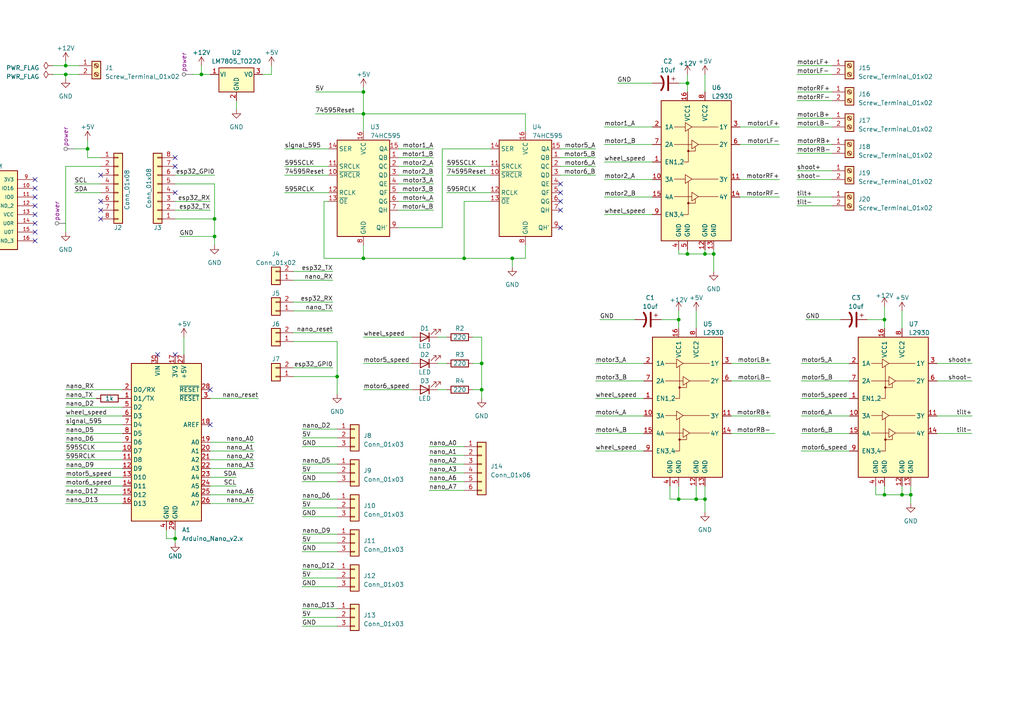
<source format=kicad_sch>
(kicad_sch (version 20230121) (generator eeschema)
  (paper "A4")
  (lib_symbols
    (symbol "74xx:74HC595"
      (property "Reference" "U" (at -7.62 13.97 0))
      (property "Value" "74HC595" (at -7.62 -16.51 0))
      (symbol "74HC595_1_0"
        (pin tri_state line (at 10.16 7.62 180) (length 2.54) (name "QB") (number "1"))
        (pin input line (at -10.16 2.54 0) (length 2.54) (name "~{SRCLR}") (number "10"))
        (pin input line (at -10.16 5.08 0) (length 2.54) (name "SRCLK") (number "11"))
        (pin input line (at -10.16 -2.54 0) (length 2.54) (name "RCLK") (number "12"))
        (pin input line (at -10.16 -5.08 0) (length 2.54) (name "~{OE}") (number "13"))
        (pin input line (at -10.16 10.16 0) (length 2.54) (name "SER") (number "14"))
        (pin tri_state line (at 10.16 10.16 180) (length 2.54) (name "QA") (number "15"))
        (pin power_in line (at 0 15.24 270) (length 2.54) (name "VCC") (number "16"))
        (pin tri_state line (at 10.16 5.08 180) (length 2.54) (name "QC") (number "2"))
        (pin tri_state line (at 10.16 2.54 180) (length 2.54) (name "QD") (number "3"))
        (pin tri_state line (at 10.16 0 180) (length 2.54) (name "QE") (number "4"))
        (pin tri_state line (at 10.16 -2.54 180) (length 2.54) (name "QF") (number "5"))
        (pin tri_state line (at 10.16 -5.08 180) (length 2.54) (name "QG") (number "6"))
        (pin tri_state line (at 10.16 -7.62 180) (length 2.54) (name "QH") (number "7"))
        (pin power_in line (at 0 -17.78 90) (length 2.54) (name "GND") (number "8"))
        (pin output line (at 10.16 -12.7 180) (length 2.54) (name "QH'") (number "9"))
      )
      (symbol "74HC595_1_1"
        (rectangle (start -7.62 12.7) (end 7.62 -15.24) (stroke (width 0.254)) (fill (type background)))
      )
    )
    (symbol "Connector:Screw_Terminal_01x02" (pin_names (offset 1.016) hide)
      (property "Reference" "J" (at 0 2.54 0))
      (property "Value" "Screw_Terminal_01x02" (at 0 -5.08 0))
      (symbol "Screw_Terminal_01x02_1_1"
        (rectangle (start -1.27 1.27) (end 1.27 -3.81) (stroke (width 0.254)) (fill (type background)))
        (circle (center 0 -2.54) (radius 0.635) (stroke (width 0.1524)))
        (polyline (pts (xy -0.5334 -2.2098) (xy 0.3302 -3.048)) (stroke (width 0.1524)))
        (polyline (pts (xy -0.5334 0.3302) (xy 0.3302 -0.508)) (stroke (width 0.1524)))
        (polyline (pts (xy -0.3556 -2.032) (xy 0.508 -2.8702)) (stroke (width 0.1524)))
        (polyline (pts (xy -0.3556 0.508) (xy 0.508 -0.3302)) (stroke (width 0.1524)))
        (circle (center 0 0) (radius 0.635) (stroke (width 0.1524)))
        (pin passive line (at -5.08 0 0) (length 3.81) (name "Pin_1") (number "1"))
        (pin passive line (at -5.08 -2.54 0) (length 3.81) (name "Pin_2") (number "2"))
      )
    )
    (symbol "Connector_Generic:Conn_01x02" (pin_names (offset 1.016) hide)
      (property "Reference" "J" (at 0 2.54 0))
      (property "Value" "Conn_01x02" (at 0 -5.08 0))
      (symbol "Conn_01x02_1_1"
        (rectangle (start -1.27 -2.413) (end 0 -2.667) (stroke (width 0.1524)))
        (rectangle (start -1.27 0.127) (end 0 -0.127) (stroke (width 0.1524)))
        (rectangle (start -1.27 1.27) (end 1.27 -3.81) (stroke (width 0.254)) (fill (type background)))
        (pin passive line (at -5.08 0 0) (length 3.81) (name "Pin_1") (number "1"))
        (pin passive line (at -5.08 -2.54 0) (length 3.81) (name "Pin_2") (number "2"))
      )
    )
    (symbol "Connector_Generic:Conn_01x03" (pin_names (offset 1.016) hide)
      (property "Reference" "J" (at 0 5.08 0))
      (property "Value" "Conn_01x03" (at 0 -5.08 0))
      (symbol "Conn_01x03_1_1"
        (rectangle (start -1.27 -2.413) (end 0 -2.667) (stroke (width 0.1524)))
        (rectangle (start -1.27 0.127) (end 0 -0.127) (stroke (width 0.1524)))
        (rectangle (start -1.27 2.667) (end 0 2.413) (stroke (width 0.1524)))
        (rectangle (start -1.27 3.81) (end 1.27 -3.81) (stroke (width 0.254)) (fill (type background)))
        (pin passive line (at -5.08 2.54 0) (length 3.81) (name "Pin_1") (number "1"))
        (pin passive line (at -5.08 0 0) (length 3.81) (name "Pin_2") (number "2"))
        (pin passive line (at -5.08 -2.54 0) (length 3.81) (name "Pin_3") (number "3"))
      )
    )
    (symbol "Connector_Generic:Conn_01x06" (pin_names (offset 1.016) hide)
      (property "Reference" "J" (at 0 7.62 0))
      (property "Value" "Conn_01x06" (at 0 -10.16 0))
      (symbol "Conn_01x06_1_1"
        (rectangle (start -1.27 -7.493) (end 0 -7.747) (stroke (width 0.1524)))
        (rectangle (start -1.27 -4.953) (end 0 -5.207) (stroke (width 0.1524)))
        (rectangle (start -1.27 -2.413) (end 0 -2.667) (stroke (width 0.1524)))
        (rectangle (start -1.27 0.127) (end 0 -0.127) (stroke (width 0.1524)))
        (rectangle (start -1.27 2.667) (end 0 2.413) (stroke (width 0.1524)))
        (rectangle (start -1.27 5.207) (end 0 4.953) (stroke (width 0.1524)))
        (rectangle (start -1.27 6.35) (end 1.27 -8.89) (stroke (width 0.254)) (fill (type background)))
        (pin passive line (at -5.08 5.08 0) (length 3.81) (name "Pin_1") (number "1"))
        (pin passive line (at -5.08 2.54 0) (length 3.81) (name "Pin_2") (number "2"))
        (pin passive line (at -5.08 0 0) (length 3.81) (name "Pin_3") (number "3"))
        (pin passive line (at -5.08 -2.54 0) (length 3.81) (name "Pin_4") (number "4"))
        (pin passive line (at -5.08 -5.08 0) (length 3.81) (name "Pin_5") (number "5"))
        (pin passive line (at -5.08 -7.62 0) (length 3.81) (name "Pin_6") (number "6"))
      )
    )
    (symbol "Connector_Generic:Conn_01x08" (pin_names (offset 1.016) hide)
      (property "Reference" "J" (at 0 10.16 0))
      (property "Value" "Conn_01x08" (at 0 -12.7 0))
      (symbol "Conn_01x08_1_1"
        (rectangle (start -1.27 -10.033) (end 0 -10.287) (stroke (width 0.1524)))
        (rectangle (start -1.27 -7.493) (end 0 -7.747) (stroke (width 0.1524)))
        (rectangle (start -1.27 -4.953) (end 0 -5.207) (stroke (width 0.1524)))
        (rectangle (start -1.27 -2.413) (end 0 -2.667) (stroke (width 0.1524)))
        (rectangle (start -1.27 0.127) (end 0 -0.127) (stroke (width 0.1524)))
        (rectangle (start -1.27 2.667) (end 0 2.413) (stroke (width 0.1524)))
        (rectangle (start -1.27 5.207) (end 0 4.953) (stroke (width 0.1524)))
        (rectangle (start -1.27 7.747) (end 0 7.493) (stroke (width 0.1524)))
        (rectangle (start -1.27 8.89) (end 1.27 -11.43) (stroke (width 0.254)) (fill (type background)))
        (pin passive line (at -5.08 7.62 0) (length 3.81) (name "Pin_1") (number "1"))
        (pin passive line (at -5.08 5.08 0) (length 3.81) (name "Pin_2") (number "2"))
        (pin passive line (at -5.08 2.54 0) (length 3.81) (name "Pin_3") (number "3"))
        (pin passive line (at -5.08 0 0) (length 3.81) (name "Pin_4") (number "4"))
        (pin passive line (at -5.08 -2.54 0) (length 3.81) (name "Pin_5") (number "5"))
        (pin passive line (at -5.08 -5.08 0) (length 3.81) (name "Pin_6") (number "6"))
        (pin passive line (at -5.08 -7.62 0) (length 3.81) (name "Pin_7") (number "7"))
        (pin passive line (at -5.08 -10.16 0) (length 3.81) (name "Pin_8") (number "8"))
      )
    )
    (symbol "Device:C_Polarized_US" (pin_numbers hide) (pin_names (offset 0.254) hide)
      (property "Reference" "C" (at 0.635 2.54 0))
      (property "Value" "C_Polarized_US" (at 0.635 -2.54 0))
      (symbol "C_Polarized_US_0_1"
        (polyline (pts (xy -2.032 0.762) (xy 2.032 0.762)) (stroke (width 0.508)))
        (polyline (pts (xy -1.778 2.286) (xy -0.762 2.286)))
        (polyline (pts (xy -1.27 1.778) (xy -1.27 2.794)))
        (arc (start 2.032 -1.27) (mid 0 -0.5572) (end -2.032 -1.27) (stroke (width 0.508)))
      )
      (symbol "C_Polarized_US_1_1"
        (pin passive line (at 0 3.81 270) (length 2.794) (name "~") (number "1"))
        (pin passive line (at 0 -3.81 90) (length 3.302) (name "~") (number "2"))
      )
    )
    (symbol "Device:LED" (pin_numbers hide) (pin_names (offset 1.016) hide)
      (property "Reference" "D" (at 0 2.54 0))
      (property "Value" "LED" (at 0 -2.54 0))
      (symbol "LED_0_1"
        (polyline (pts (xy -1.27 -1.27) (xy -1.27 1.27)) (stroke (width 0.254)))
        (polyline (pts (xy -1.27 0) (xy 1.27 0)))
        (polyline (pts (xy 1.27 -1.27) (xy 1.27 1.27) (xy -1.27 0) (xy 1.27 -1.27)) (stroke (width 0.254)))
        (polyline (pts (xy -3.048 -0.762) (xy -4.572 -2.286) (xy -3.81 -2.286) (xy -4.572 -2.286) (xy -4.572 -1.524)))
        (polyline (pts (xy -1.778 -0.762) (xy -3.302 -2.286) (xy -2.54 -2.286) (xy -3.302 -2.286) (xy -3.302 -1.524)))
      )
      (symbol "LED_1_1"
        (pin passive line (at -3.81 0 0) (length 2.54) (name "K") (number "1"))
        (pin passive line (at 3.81 0 180) (length 2.54) (name "A") (number "2"))
      )
    )
    (symbol "Device:R" (pin_numbers hide) (pin_names (offset 0))
      (property "Reference" "R" (at 2.032 0 90))
      (property "Value" "R" (at 0 0 90))
      (symbol "R_0_1"
        (rectangle (start -1.016 -2.54) (end 1.016 2.54) (stroke (width 0.254)))
      )
      (symbol "R_1_1"
        (pin passive line (at 0 3.81 270) (length 1.27) (name "~") (number "1"))
        (pin passive line (at 0 -3.81 90) (length 1.27) (name "~") (number "2"))
      )
    )
    (symbol "Driver_Motor:L293D" (pin_names (offset 1.016))
      (property "Reference" "U" (at -5.08 26.035 0))
      (property "Value" "L293D" (at -5.08 24.13 0))
      (symbol "L293D_0_1"
        (rectangle (start -10.16 22.86) (end 10.16 -17.78) (stroke (width 0.254)) (fill (type background)))
        (circle (center -2.286 -6.858) (radius 0.254) (fill (type outline)))
        (circle (center -2.286 8.255) (radius 0.254) (fill (type outline)))
        (polyline (pts (xy -6.35 -4.953) (xy -1.27 -4.953)))
        (polyline (pts (xy -6.35 0.127) (xy -3.175 0.127)))
        (polyline (pts (xy -6.35 10.16) (xy -1.27 10.16)))
        (polyline (pts (xy -6.35 15.24) (xy -3.175 15.24)))
        (polyline (pts (xy -1.27 0.127) (xy 6.35 0.127)))
        (polyline (pts (xy -1.27 15.24) (xy 6.35 15.24)))
        (polyline (pts (xy 0.635 -4.953) (xy 6.35 -4.953)))
        (polyline (pts (xy 0.635 10.16) (xy 6.35 10.16)))
        (polyline (pts (xy -2.286 -6.858) (xy -0.254 -6.858) (xy -0.254 -5.588)))
        (polyline (pts (xy -2.286 -0.635) (xy -2.286 -10.16) (xy -3.556 -10.16)))
        (polyline (pts (xy -2.286 8.255) (xy -0.254 8.255) (xy -0.254 9.525)))
        (polyline (pts (xy -2.286 14.478) (xy -2.286 5.08) (xy -3.556 5.08)))
        (polyline (pts (xy -3.175 1.397) (xy -3.175 -1.143) (xy -1.27 0.127) (xy -3.175 1.397)))
        (polyline (pts (xy -3.175 16.51) (xy -3.175 13.97) (xy -1.27 15.24) (xy -3.175 16.51)))
        (polyline (pts (xy -1.27 -3.683) (xy -1.27 -6.223) (xy 0.635 -4.953) (xy -1.27 -3.683)))
        (polyline (pts (xy -1.27 11.43) (xy -1.27 8.89) (xy 0.635 10.16) (xy -1.27 11.43)))
      )
      (symbol "L293D_1_1"
        (pin input line (at -12.7 5.08 0) (length 2.54) (name "EN1,2") (number "1"))
        (pin input line (at -12.7 0 0) (length 2.54) (name "3A") (number "10"))
        (pin output line (at 12.7 0 180) (length 2.54) (name "3Y") (number "11"))
        (pin power_in line (at 2.54 -20.32 90) (length 2.54) (name "GND") (number "12"))
        (pin power_in line (at 5.08 -20.32 90) (length 2.54) (name "GND") (number "13"))
        (pin output line (at 12.7 -5.08 180) (length 2.54) (name "4Y") (number "14"))
        (pin input line (at -12.7 -5.08 0) (length 2.54) (name "4A") (number "15"))
        (pin power_in line (at -2.54 25.4 270) (length 2.54) (name "VCC1") (number "16"))
        (pin input line (at -12.7 15.24 0) (length 2.54) (name "1A") (number "2"))
        (pin output line (at 12.7 15.24 180) (length 2.54) (name "1Y") (number "3"))
        (pin power_in line (at -5.08 -20.32 90) (length 2.54) (name "GND") (number "4"))
        (pin power_in line (at -2.54 -20.32 90) (length 2.54) (name "GND") (number "5"))
        (pin output line (at 12.7 10.16 180) (length 2.54) (name "2Y") (number "6"))
        (pin input line (at -12.7 10.16 0) (length 2.54) (name "2A") (number "7"))
        (pin power_in line (at 2.54 25.4 270) (length 2.54) (name "VCC2") (number "8"))
        (pin input line (at -12.7 -10.16 0) (length 2.54) (name "EN3,4") (number "9"))
      )
    )
    (symbol "MCU_Module:Arduino_Nano_v2.x"
      (property "Reference" "A" (at -10.16 23.495 0))
      (property "Value" "Arduino_Nano_v2.x" (at 5.08 -24.13 0))
      (symbol "Arduino_Nano_v2.x_0_1"
        (rectangle (start -10.16 22.86) (end 10.16 -22.86) (stroke (width 0.254)) (fill (type background)))
      )
      (symbol "Arduino_Nano_v2.x_1_1"
        (pin bidirectional line (at -12.7 12.7 0) (length 2.54) (name "D1/TX") (number "1"))
        (pin bidirectional line (at -12.7 -2.54 0) (length 2.54) (name "D7") (number "10"))
        (pin bidirectional line (at -12.7 -5.08 0) (length 2.54) (name "D8") (number "11"))
        (pin bidirectional line (at -12.7 -7.62 0) (length 2.54) (name "D9") (number "12"))
        (pin bidirectional line (at -12.7 -10.16 0) (length 2.54) (name "D10") (number "13"))
        (pin bidirectional line (at -12.7 -12.7 0) (length 2.54) (name "D11") (number "14"))
        (pin bidirectional line (at -12.7 -15.24 0) (length 2.54) (name "D12") (number "15"))
        (pin bidirectional line (at -12.7 -17.78 0) (length 2.54) (name "D13") (number "16"))
        (pin power_out line (at 2.54 25.4 270) (length 2.54) (name "3V3") (number "17"))
        (pin input line (at 12.7 5.08 180) (length 2.54) (name "AREF") (number "18"))
        (pin bidirectional line (at 12.7 0 180) (length 2.54) (name "A0") (number "19"))
        (pin bidirectional line (at -12.7 15.24 0) (length 2.54) (name "D0/RX") (number "2"))
        (pin bidirectional line (at 12.7 -2.54 180) (length 2.54) (name "A1") (number "20"))
        (pin bidirectional line (at 12.7 -5.08 180) (length 2.54) (name "A2") (number "21"))
        (pin bidirectional line (at 12.7 -7.62 180) (length 2.54) (name "A3") (number "22"))
        (pin bidirectional line (at 12.7 -10.16 180) (length 2.54) (name "A4") (number "23"))
        (pin bidirectional line (at 12.7 -12.7 180) (length 2.54) (name "A5") (number "24"))
        (pin bidirectional line (at 12.7 -15.24 180) (length 2.54) (name "A6") (number "25"))
        (pin bidirectional line (at 12.7 -17.78 180) (length 2.54) (name "A7") (number "26"))
        (pin power_out line (at 5.08 25.4 270) (length 2.54) (name "+5V") (number "27"))
        (pin input line (at 12.7 15.24 180) (length 2.54) (name "~{RESET}") (number "28"))
        (pin power_in line (at 2.54 -25.4 90) (length 2.54) (name "GND") (number "29"))
        (pin input line (at 12.7 12.7 180) (length 2.54) (name "~{RESET}") (number "3"))
        (pin power_in line (at -2.54 25.4 270) (length 2.54) (name "VIN") (number "30"))
        (pin power_in line (at 0 -25.4 90) (length 2.54) (name "GND") (number "4"))
        (pin bidirectional line (at -12.7 10.16 0) (length 2.54) (name "D2") (number "5"))
        (pin bidirectional line (at -12.7 7.62 0) (length 2.54) (name "D3") (number "6"))
        (pin bidirectional line (at -12.7 5.08 0) (length 2.54) (name "D4") (number "7"))
        (pin bidirectional line (at -12.7 2.54 0) (length 2.54) (name "D5") (number "8"))
        (pin bidirectional line (at -12.7 0 0) (length 2.54) (name "D6") (number "9"))
      )
    )
    (symbol "MCU_Module:ESP32-CAM" (pin_names (offset 1.016))
      (property "Reference" "U" (at 26.67 7.62 0))
      (property "Value" "ESP32-CAM" (at 26.67 5.08 0))
      (symbol "ESP32-CAM_0_0"
        (rectangle (start 5.08 -20.32) (end 25.4 2.54) (stroke (width 0.254)) (fill (type background)))
        (pin bidirectional line (at 0 -17.78 0) (length 5.08) (name "IO4") (number "1"))
        (pin bidirectional line (at 30.48 -2.54 180) (length 5.08) (name "IO16") (number "10"))
        (pin bidirectional line (at 30.48 -5.08 180) (length 5.08) (name "IO0") (number "11"))
        (pin bidirectional line (at 30.48 -7.62 180) (length 5.08) (name "GND_2") (number "12"))
        (pin bidirectional line (at 30.48 -10.16 180) (length 5.08) (name "VCC") (number "13"))
        (pin bidirectional line (at 30.48 -12.7 180) (length 5.08) (name "U0R") (number "14"))
        (pin bidirectional line (at 30.48 -15.24 180) (length 5.08) (name "U0T") (number "15"))
        (pin bidirectional line (at 30.48 -17.78 180) (length 5.08) (name "GND_3") (number "16"))
        (pin bidirectional line (at 0 -15.24 0) (length 5.08) (name "IO2") (number "2"))
        (pin bidirectional line (at 0 -12.7 0) (length 5.08) (name "IO14") (number "3"))
        (pin bidirectional line (at 0 -10.16 0) (length 5.08) (name "IO15") (number "4"))
        (pin bidirectional line (at 0 -7.62 0) (length 5.08) (name "IO13") (number "5"))
        (pin bidirectional line (at 0 -5.08 0) (length 5.08) (name "IO12") (number "6"))
        (pin bidirectional line (at 0 -2.54 0) (length 5.08) (name "GND_1") (number "7"))
        (pin bidirectional line (at 0 0 0) (length 5.08) (name "5V") (number "8"))
        (pin bidirectional line (at 30.48 0 180) (length 5.08) (name "3V3") (number "9"))
      )
    )
    (symbol "Regulator_Linear:LM7805_TO220" (pin_names (offset 0.254))
      (property "Reference" "U" (at -3.81 3.175 0))
      (property "Value" "LM7805_TO220" (at 0 3.175 0))
      (symbol "LM7805_TO220_0_1"
        (rectangle (start -5.08 1.905) (end 5.08 -5.08) (stroke (width 0.254)) (fill (type background)))
      )
      (symbol "LM7805_TO220_1_1"
        (pin power_in line (at -7.62 0 0) (length 2.54) (name "VI") (number "1"))
        (pin power_in line (at 0 -7.62 90) (length 2.54) (name "GND") (number "2"))
        (pin power_out line (at 7.62 0 180) (length 2.54) (name "VO") (number "3"))
      )
    )
    (symbol "power:+12V" (power) (pin_names (offset 0))
      (property "Value" "+12V" (at 0 3.556 0))
      (symbol "+12V_0_1"
        (polyline (pts (xy -0.762 1.27) (xy 0 2.54)))
        (polyline (pts (xy 0 0) (xy 0 2.54)))
        (polyline (pts (xy 0 2.54) (xy 0.762 1.27)))
      )
      (symbol "+12V_1_1"
        (pin power_in line (at 0 0 90) (length 0) hide (name "+12V") (number "1"))
      )
    )
    (symbol "power:+5V" (power) (pin_names (offset 0))
      (property "Value" "+5V" (at 0 3.556 0))
      (symbol "+5V_0_1"
        (polyline (pts (xy -0.762 1.27) (xy 0 2.54)))
        (polyline (pts (xy 0 0) (xy 0 2.54)))
        (polyline (pts (xy 0 2.54) (xy 0.762 1.27)))
      )
      (symbol "+5V_1_1"
        (pin power_in line (at 0 0 90) (length 0) hide (name "+5V") (number "1"))
      )
    )
    (symbol "power:GND" (power) (pin_names (offset 0))
      (property "Value" "GND" (at 0 -3.81 0))
      (symbol "GND_0_1"
        (polyline (pts (xy 0 0) (xy 0 -1.27) (xy 1.27 -1.27) (xy 0 -2.54) (xy -1.27 -1.27) (xy 0 -1.27)))
      )
      (symbol "GND_1_1"
        (pin power_in line (at 0 0 270) (length 0) hide (name "GND") (number "1"))
      )
    )
    (symbol "power:PWR_FLAG" (power) (pin_numbers hide) (pin_names (offset 0) hide)
      (property "Value" "PWR_FLAG" (at 0 3.81 0))
      (symbol "PWR_FLAG_0_0"
        (pin power_out line (at 0 0 90) (length 0) (name "pwr") (number "1"))
      )
      (symbol "PWR_FLAG_0_1"
        (polyline (pts (xy 0 0) (xy 0 1.27) (xy -1.016 1.905) (xy 0 2.54) (xy 1.016 1.905) (xy 0 1.27)))
      )
    )
  )
  (junction (at 256.54 143.51))
  (junction (at 261.62 143.51))
  (junction (at 105.41 26.67))
  (junction (at 196.85 92.71))
  (junction (at 105.41 33.02))
  (junction (at 199.39 73.66))
  (junction (at 97.79 109.22))
  (junction (at 204.47 73.66))
  (junction (at 62.23 68.58))
  (junction (at 256.54 92.71))
  (junction (at 199.39 24.13))
  (junction (at 134.62 74.93))
  (junction (at 105.41 74.93))
  (junction (at 207.01 73.66))
  (junction (at 62.23 63.5))
  (junction (at 204.47 144.78))
  (junction (at 139.7 113.03))
  (junction (at 139.7 105.41))
  (junction (at 148.59 74.93))
  (junction (at 264.16 143.51))
  (junction (at 25.4 43.18))
  (junction (at 19.05 19.05))
  (junction (at 50.8 156.21))
  (junction (at 58.42 21.59))
  (junction (at 201.93 144.78))
  (junction (at 19.05 21.59))
  (junction (at 196.85 144.78))
  (no_connect (at 162.56 55.88))
  (no_connect (at 60.96 113.03))
  (no_connect (at 10.16 52.07))
  (no_connect (at 162.56 66.04))
  (no_connect (at -20.32 57.15))
  (no_connect (at 10.16 69.85))
  (no_connect (at 29.21 60.96))
  (no_connect (at -20.32 59.69))
  (no_connect (at -20.32 69.85))
  (no_connect (at 29.21 50.8))
  (no_connect (at 10.16 62.23))
  (no_connect (at 162.56 58.42))
  (no_connect (at 29.21 58.42))
  (no_connect (at 50.8 48.26))
  (no_connect (at 10.16 64.77))
  (no_connect (at -20.32 54.61))
  (no_connect (at -20.32 64.77))
  (no_connect (at 60.96 123.19))
  (no_connect (at -20.32 52.07))
  (no_connect (at 162.56 60.96))
  (no_connect (at -20.32 62.23))
  (no_connect (at 50.8 45.72))
  (no_connect (at 10.16 67.31))
  (no_connect (at 162.56 53.34))
  (no_connect (at 10.16 54.61))
  (no_connect (at 29.21 63.5))
  (no_connect (at 10.16 57.15))
  (no_connect (at 50.8 102.87))
  (no_connect (at 10.16 59.69))
  (no_connect (at 50.8 55.88))
  (no_connect (at 45.72 102.87))
  (no_connect (at -20.32 67.31))
  (wire (pts (xy 261.62 90.17) (xy 261.62 95.25)))
  (wire (pts (xy 115.57 48.26) (xy 125.73 48.26)))
  (wire (pts (xy 85.09 87.63) (xy 96.52 87.63)))
  (wire (pts (xy 115.57 50.8) (xy 125.73 50.8)))
  (wire (pts (xy 87.63 181.61) (xy 97.79 181.61)))
  (wire (pts (xy 68.58 29.21) (xy 68.58 31.75)))
  (wire (pts (xy 87.63 160.02) (xy 97.79 160.02)))
  (wire (pts (xy 127 105.41) (xy 129.54 105.41)))
  (wire (pts (xy 87.63 157.48) (xy 97.79 157.48)))
  (wire (pts (xy 129.54 50.8) (xy 142.24 50.8)))
  (wire (pts (xy 50.8 50.8) (xy 62.23 50.8)))
  (wire (pts (xy 251.46 92.71) (xy 256.54 92.71)))
  (wire (pts (xy 19.05 123.19) (xy 35.56 123.19)))
  (wire (pts (xy 175.26 57.15) (xy 189.23 57.15)))
  (wire (pts (xy 175.26 41.91) (xy 189.23 41.91)))
  (wire (pts (xy 175.26 46.99) (xy 189.23 46.99)))
  (wire (pts (xy 19.05 115.57) (xy 27.94 115.57)))
  (wire (pts (xy 25.4 43.18) (xy 25.4 45.72)))
  (wire (pts (xy 201.93 144.78) (xy 204.47 144.78)))
  (wire (pts (xy 148.59 74.93) (xy 148.59 77.47)))
  (wire (pts (xy 48.26 156.21) (xy 50.8 156.21)))
  (wire (pts (xy 60.96 133.35) (xy 73.66 133.35)))
  (wire (pts (xy 271.78 120.65) (xy 281.94 120.65)))
  (wire (pts (xy 85.09 78.74) (xy 96.52 78.74)))
  (wire (pts (xy 256.54 88.9) (xy 256.54 92.71)))
  (wire (pts (xy 196.85 24.13) (xy 199.39 24.13)))
  (wire (pts (xy 271.78 105.41) (xy 281.94 105.41)))
  (wire (pts (xy 254 140.97) (xy 254 143.51)))
  (wire (pts (xy 124.46 129.54) (xy 134.62 129.54)))
  (wire (pts (xy 78.74 21.59) (xy 76.2 21.59)))
  (wire (pts (xy 105.41 25.4) (xy 105.41 26.67)))
  (wire (pts (xy 204.47 144.78) (xy 204.47 148.59)))
  (wire (pts (xy 62.23 63.5) (xy 62.23 68.58)))
  (wire (pts (xy 212.09 120.65) (xy 223.52 120.65)))
  (wire (pts (xy 162.56 50.8) (xy 172.72 50.8)))
  (wire (pts (xy 25.4 40.64) (xy 25.4 43.18)))
  (wire (pts (xy 50.8 63.5) (xy 62.23 63.5)))
  (wire (pts (xy 162.56 48.26) (xy 172.72 48.26)))
  (wire (pts (xy 19.05 21.59) (xy 19.05 22.86)))
  (wire (pts (xy 48.26 153.67) (xy 48.26 156.21)))
  (wire (pts (xy 199.39 72.39) (xy 199.39 73.66)))
  (wire (pts (xy 93.98 74.93) (xy 105.41 74.93)))
  (wire (pts (xy 212.09 125.73) (xy 224.79 125.73)))
  (wire (pts (xy 21.59 43.18) (xy 25.4 43.18)))
  (wire (pts (xy 60.96 135.89) (xy 73.66 135.89)))
  (wire (pts (xy 87.63 154.94) (xy 97.79 154.94)))
  (wire (pts (xy 85.09 96.52) (xy 96.52 96.52)))
  (wire (pts (xy 231.14 19.05) (xy 241.3 19.05)))
  (wire (pts (xy 152.4 38.1) (xy 152.4 33.02)))
  (wire (pts (xy 124.46 134.62) (xy 134.62 134.62)))
  (wire (pts (xy 85.09 81.28) (xy 96.52 81.28)))
  (wire (pts (xy 128.27 66.04) (xy 128.27 43.18)))
  (wire (pts (xy 50.8 156.21) (xy 50.8 157.48)))
  (wire (pts (xy 87.63 124.46) (xy 97.79 124.46)))
  (wire (pts (xy 60.96 146.05) (xy 73.66 146.05)))
  (wire (pts (xy 214.63 36.83) (xy 226.06 36.83)))
  (wire (pts (xy 55.88 21.59) (xy 58.42 21.59)))
  (wire (pts (xy 19.05 17.78) (xy 19.05 19.05)))
  (wire (pts (xy 85.09 106.68) (xy 96.52 106.68)))
  (wire (pts (xy 85.09 99.06) (xy 97.79 99.06)))
  (wire (pts (xy 212.09 110.49) (xy 223.52 110.49)))
  (wire (pts (xy 134.62 74.93) (xy 148.59 74.93)))
  (wire (pts (xy 204.47 21.59) (xy 204.47 26.67)))
  (wire (pts (xy 231.14 36.83) (xy 241.3 36.83)))
  (wire (pts (xy 137.16 97.79) (xy 139.7 97.79)))
  (wire (pts (xy 50.8 153.67) (xy 50.8 156.21)))
  (wire (pts (xy 196.85 72.39) (xy 196.85 73.66)))
  (wire (pts (xy 19.05 128.27) (xy 35.56 128.27)))
  (wire (pts (xy 231.14 44.45) (xy 241.3 44.45)))
  (wire (pts (xy 19.05 130.81) (xy 35.56 130.81)))
  (wire (pts (xy 15.24 21.59) (xy 19.05 21.59)))
  (wire (pts (xy 82.55 48.26) (xy 95.25 48.26)))
  (wire (pts (xy 172.72 125.73) (xy 186.69 125.73)))
  (wire (pts (xy 172.72 110.49) (xy 186.69 110.49)))
  (wire (pts (xy 231.14 21.59) (xy 241.3 21.59)))
  (wire (pts (xy 152.4 33.02) (xy 105.41 33.02)))
  (wire (pts (xy 231.14 49.53) (xy 241.3 49.53)))
  (wire (pts (xy 214.63 41.91) (xy 226.06 41.91)))
  (wire (pts (xy 105.41 113.03) (xy 119.38 113.03)))
  (wire (pts (xy 115.57 58.42) (xy 125.73 58.42)))
  (wire (pts (xy 91.44 26.67) (xy 105.41 26.67)))
  (wire (pts (xy 254 143.51) (xy 256.54 143.51)))
  (wire (pts (xy 199.39 73.66) (xy 204.47 73.66)))
  (wire (pts (xy 207.01 72.39) (xy 207.01 73.66)))
  (wire (pts (xy 115.57 45.72) (xy 125.73 45.72)))
  (wire (pts (xy 91.44 33.02) (xy 105.41 33.02)))
  (wire (pts (xy 52.07 68.58) (xy 62.23 68.58)))
  (wire (pts (xy 19.05 135.89) (xy 35.56 135.89)))
  (wire (pts (xy 19.05 113.03) (xy 35.56 113.03)))
  (wire (pts (xy 124.46 142.24) (xy 134.62 142.24)))
  (wire (pts (xy 22.86 21.59) (xy 19.05 21.59)))
  (wire (pts (xy 139.7 97.79) (xy 139.7 105.41)))
  (wire (pts (xy 232.41 130.81) (xy 246.38 130.81)))
  (wire (pts (xy 29.21 48.26) (xy 19.05 48.26)))
  (wire (pts (xy 115.57 66.04) (xy 128.27 66.04)))
  (wire (pts (xy 97.79 99.06) (xy 97.79 109.22)))
  (wire (pts (xy 124.46 139.7) (xy 134.62 139.7)))
  (wire (pts (xy 196.85 90.17) (xy 196.85 92.71)))
  (wire (pts (xy 19.05 143.51) (xy 35.56 143.51)))
  (wire (pts (xy 97.79 114.3) (xy 97.79 109.22)))
  (wire (pts (xy 95.25 58.42) (xy 93.98 58.42)))
  (wire (pts (xy 105.41 74.93) (xy 134.62 74.93)))
  (wire (pts (xy 172.72 115.57) (xy 186.69 115.57)))
  (wire (pts (xy 256.54 92.71) (xy 256.54 95.25)))
  (wire (pts (xy 271.78 110.49) (xy 281.94 110.49)))
  (wire (pts (xy 204.47 72.39) (xy 204.47 73.66)))
  (wire (pts (xy 78.74 19.05) (xy 78.74 21.59)))
  (wire (pts (xy 232.41 110.49) (xy 246.38 110.49)))
  (wire (pts (xy 58.42 19.05) (xy 58.42 21.59)))
  (wire (pts (xy 196.85 144.78) (xy 201.93 144.78)))
  (wire (pts (xy 15.24 19.05) (xy 19.05 19.05)))
  (wire (pts (xy 207.01 73.66) (xy 207.01 78.74)))
  (wire (pts (xy 87.63 176.53) (xy 97.79 176.53)))
  (wire (pts (xy 87.63 139.7) (xy 97.79 139.7)))
  (wire (pts (xy 87.63 144.78) (xy 97.79 144.78)))
  (wire (pts (xy 233.68 92.71) (xy 243.84 92.71)))
  (wire (pts (xy 87.63 147.32) (xy 97.79 147.32)))
  (wire (pts (xy 128.27 43.18) (xy 142.24 43.18)))
  (wire (pts (xy 62.23 53.34) (xy 62.23 63.5)))
  (wire (pts (xy 21.59 53.34) (xy 29.21 53.34)))
  (wire (pts (xy 19.05 48.26) (xy 19.05 67.31)))
  (wire (pts (xy 261.62 140.97) (xy 261.62 143.51)))
  (wire (pts (xy 82.55 55.88) (xy 95.25 55.88)))
  (wire (pts (xy 172.72 120.65) (xy 186.69 120.65)))
  (wire (pts (xy 231.14 59.69) (xy 241.3 59.69)))
  (wire (pts (xy 139.7 105.41) (xy 139.7 113.03)))
  (wire (pts (xy 232.41 125.73) (xy 246.38 125.73)))
  (wire (pts (xy 196.85 140.97) (xy 196.85 144.78)))
  (wire (pts (xy 105.41 26.67) (xy 105.41 33.02)))
  (wire (pts (xy 204.47 140.97) (xy 204.47 144.78)))
  (wire (pts (xy 194.31 140.97) (xy 194.31 144.78)))
  (wire (pts (xy 58.42 21.59) (xy 60.96 21.59)))
  (wire (pts (xy 231.14 26.67) (xy 241.3 26.67)))
  (wire (pts (xy 127 97.79) (xy 129.54 97.79)))
  (wire (pts (xy 232.41 105.41) (xy 246.38 105.41)))
  (wire (pts (xy 50.8 53.34) (xy 62.23 53.34)))
  (wire (pts (xy 231.14 29.21) (xy 241.3 29.21)))
  (wire (pts (xy 129.54 48.26) (xy 142.24 48.26)))
  (wire (pts (xy 105.41 71.12) (xy 105.41 74.93)))
  (wire (pts (xy 137.16 113.03) (xy 139.7 113.03)))
  (wire (pts (xy 152.4 71.12) (xy 152.4 74.93)))
  (wire (pts (xy 87.63 149.86) (xy 97.79 149.86)))
  (wire (pts (xy 82.55 43.18) (xy 95.25 43.18)))
  (wire (pts (xy 87.63 129.54) (xy 97.79 129.54)))
  (wire (pts (xy 19.05 146.05) (xy 35.56 146.05)))
  (wire (pts (xy 19.05 140.97) (xy 35.56 140.97)))
  (wire (pts (xy 231.14 57.15) (xy 241.3 57.15)))
  (wire (pts (xy 152.4 74.93) (xy 148.59 74.93)))
  (wire (pts (xy 60.96 140.97) (xy 68.58 140.97)))
  (wire (pts (xy 19.05 19.05) (xy 22.86 19.05)))
  (wire (pts (xy 261.62 143.51) (xy 264.16 143.51)))
  (wire (pts (xy 201.93 140.97) (xy 201.93 144.78)))
  (wire (pts (xy 87.63 134.62) (xy 97.79 134.62)))
  (wire (pts (xy 85.09 109.22) (xy 97.79 109.22)))
  (wire (pts (xy 137.16 105.41) (xy 139.7 105.41)))
  (wire (pts (xy 87.63 137.16) (xy 97.79 137.16)))
  (wire (pts (xy 201.93 90.17) (xy 201.93 95.25)))
  (wire (pts (xy 53.34 97.79) (xy 53.34 102.87)))
  (wire (pts (xy 172.72 105.41) (xy 186.69 105.41)))
  (wire (pts (xy 19.05 138.43) (xy 35.56 138.43)))
  (wire (pts (xy 85.09 90.17) (xy 96.52 90.17)))
  (wire (pts (xy 115.57 53.34) (xy 125.73 53.34)))
  (wire (pts (xy 212.09 105.41) (xy 223.52 105.41)))
  (wire (pts (xy 127 113.03) (xy 129.54 113.03)))
  (wire (pts (xy 264.16 140.97) (xy 264.16 143.51)))
  (wire (pts (xy 179.07 24.13) (xy 189.23 24.13)))
  (wire (pts (xy 115.57 60.96) (xy 125.73 60.96)))
  (wire (pts (xy 93.98 58.42) (xy 93.98 74.93)))
  (wire (pts (xy 105.41 97.79) (xy 119.38 97.79)))
  (wire (pts (xy 214.63 52.07) (xy 226.06 52.07)))
  (wire (pts (xy 173.99 92.71) (xy 184.15 92.71)))
  (wire (pts (xy 21.59 55.88) (xy 29.21 55.88)))
  (wire (pts (xy 62.23 68.58) (xy 62.23 71.12)))
  (wire (pts (xy 50.8 58.42) (xy 60.96 58.42)))
  (wire (pts (xy 172.72 130.81) (xy 186.69 130.81)))
  (wire (pts (xy 25.4 45.72) (xy 29.21 45.72)))
  (wire (pts (xy 191.77 92.71) (xy 196.85 92.71)))
  (wire (pts (xy 60.96 138.43) (xy 68.58 138.43)))
  (wire (pts (xy 162.56 45.72) (xy 172.72 45.72)))
  (wire (pts (xy 142.24 58.42) (xy 134.62 58.42)))
  (wire (pts (xy 231.14 41.91) (xy 241.3 41.91)))
  (wire (pts (xy 271.78 125.73) (xy 281.94 125.73)))
  (wire (pts (xy 115.57 43.18) (xy 125.73 43.18)))
  (wire (pts (xy 60.96 143.51) (xy 73.66 143.51)))
  (wire (pts (xy 82.55 50.8) (xy 95.25 50.8)))
  (wire (pts (xy 115.57 55.88) (xy 125.73 55.88)))
  (wire (pts (xy 87.63 170.18) (xy 97.79 170.18)))
  (wire (pts (xy 231.14 52.07) (xy 241.3 52.07)))
  (wire (pts (xy 264.16 143.51) (xy 264.16 146.05)))
  (wire (pts (xy 19.05 133.35) (xy 35.56 133.35)))
  (wire (pts (xy 232.41 120.65) (xy 246.38 120.65)))
  (wire (pts (xy 214.63 57.15) (xy 226.06 57.15)))
  (wire (pts (xy 256.54 140.97) (xy 256.54 143.51)))
  (wire (pts (xy 194.31 144.78) (xy 196.85 144.78)))
  (wire (pts (xy 105.41 105.41) (xy 119.38 105.41)))
  (wire (pts (xy 232.41 115.57) (xy 246.38 115.57)))
  (wire (pts (xy 60.96 128.27) (xy 73.66 128.27)))
  (wire (pts (xy 199.39 24.13) (xy 199.39 26.67)))
  (wire (pts (xy 175.26 62.23) (xy 189.23 62.23)))
  (wire (pts (xy 256.54 143.51) (xy 261.62 143.51)))
  (wire (pts (xy 124.46 137.16) (xy 134.62 137.16)))
  (wire (pts (xy 162.56 43.18) (xy 172.72 43.18)))
  (wire (pts (xy 139.7 113.03) (xy 139.7 115.57)))
  (wire (pts (xy 231.14 34.29) (xy 241.3 34.29)))
  (wire (pts (xy 196.85 73.66) (xy 199.39 73.66)))
  (wire (pts (xy 87.63 179.07) (xy 97.79 179.07)))
  (wire (pts (xy 19.05 125.73) (xy 35.56 125.73)))
  (wire (pts (xy 199.39 21.59) (xy 199.39 24.13)))
  (wire (pts (xy 50.8 60.96) (xy 60.96 60.96)))
  (wire (pts (xy 175.26 52.07) (xy 189.23 52.07)))
  (wire (pts (xy 87.63 127) (xy 97.79 127)))
  (wire (pts (xy 60.96 115.57) (xy 74.93 115.57)))
  (wire (pts (xy 196.85 92.71) (xy 196.85 95.25)))
  (wire (pts (xy 204.47 73.66) (xy 207.01 73.66)))
  (wire (pts (xy 105.41 33.02) (xy 105.41 38.1)))
  (wire (pts (xy 19.05 118.11) (xy 35.56 118.11)))
  (wire (pts (xy 129.54 55.88) (xy 142.24 55.88)))
  (wire (pts (xy 175.26 36.83) (xy 189.23 36.83)))
  (wire (pts (xy 60.96 130.81) (xy 73.66 130.81)))
  (wire (pts (xy 87.63 167.64) (xy 97.79 167.64)))
  (wire (pts (xy 19.05 120.65) (xy 35.56 120.65)))
  (wire (pts (xy 134.62 58.42) (xy 134.62 74.93)))
  (wire (pts (xy 87.63 165.1) (xy 97.79 165.1)))
  (wire (pts (xy 124.46 132.08) (xy 134.62 132.08)))
  (label "motorRB+" (at 231.14 41.91 0))
  (label "74595Reset" (at 82.55 50.8 0))
  (label "5V" (at 87.63 179.07 0))
  (label "nano_D9" (at 87.63 154.94 0))
  (label "595SCLK" (at 19.05 130.81 0))
  (label "shoot-" (at 281.94 110.49 180))
  (label "nano_D13" (at 87.63 176.53 0))
  (label "motor5_B" (at 172.72 45.72 180))
  (label "motor6_B" (at 172.72 50.8 180))
  (label "nano_D9" (at 19.05 135.89 0))
  (label "nano_A1" (at 73.66 130.81 180))
  (label "GND" (at 233.68 92.71 0))
  (label "SDA" (at 68.58 138.43 180))
  (label "motor3_A" (at 172.72 105.41 0))
  (label "GND" (at 179.07 24.13 0))
  (label "motorRF-" (at 231.14 29.21 0))
  (label "nano_A6" (at 124.46 139.7 0))
  (label "tilt-" (at 231.14 59.69 0))
  (label "wheel_speed" (at 175.26 62.23 0))
  (label "SDA" (at 21.59 55.88 0))
  (label "GND" (at 87.63 181.61 0))
  (label "wheel_speed" (at 175.26 46.99 0))
  (label "motor5_B" (at 232.41 110.49 0))
  (label "motor2_A" (at 175.26 52.07 0))
  (label "motor5_A" (at 172.72 43.18 180))
  (label "motorLB+" (at 231.14 34.29 0))
  (label "GND" (at 173.99 92.71 0))
  (label "motor3_B" (at 172.72 110.49 0))
  (label "shoot+" (at 231.14 49.53 0))
  (label "5V" (at 87.63 127 0))
  (label "motorLB+" (at 223.52 105.41 180))
  (label "motorRF+" (at 226.06 52.07 180))
  (label "GND" (at 87.63 170.18 0))
  (label "esp32_RX" (at 96.52 87.63 180))
  (label "nano_TX" (at 96.52 90.17 180))
  (label "nano_A2" (at 73.66 133.35 180))
  (label "595RCLK" (at 129.54 55.88 0))
  (label "5V" (at 91.44 26.67 0))
  (label "tilt+" (at 231.14 57.15 0))
  (label "nano_D12" (at 87.63 165.1 0))
  (label "5V" (at 87.63 147.32 0))
  (label "nano_A7" (at 124.46 142.24 0))
  (label "595SCLK" (at 129.54 48.26 0))
  (label "nano_A3" (at 124.46 137.16 0))
  (label "595SCLK" (at 82.55 48.26 0))
  (label "wheel_speed" (at 172.72 130.81 0))
  (label "motorRB+" (at 223.52 120.65 180))
  (label "nano_D6" (at 19.05 128.27 0))
  (label "motor4_A" (at 125.73 58.42 180))
  (label "motorRB-" (at 231.14 44.45 0))
  (label "motorLF-" (at 231.14 21.59 0))
  (label "nano_D5" (at 87.63 134.62 0))
  (label "esp32_GPI0" (at 96.52 106.68 180))
  (label "signal_595" (at 19.05 123.19 0))
  (label "nano_reset" (at 74.93 115.57 180))
  (label "nano_TX" (at 19.05 115.57 0))
  (label "wheel_speed" (at 19.05 120.65 0))
  (label "motor6_A" (at 172.72 48.26 180))
  (label "GND" (at 87.63 149.86 0))
  (label "tilt+" (at 281.94 120.65 180))
  (label "motor3_A" (at 125.73 53.34 180))
  (label "wheel_speed" (at 172.72 115.57 0))
  (label "GND" (at 52.07 68.58 0))
  (label "motor5_speed" (at 105.41 105.41 0))
  (label "motor6_speed" (at 232.41 130.81 0))
  (label "nano_D2" (at 87.63 124.46 0))
  (label "nano_D2" (at 19.05 118.11 0))
  (label "nano_A3" (at 73.66 135.89 180))
  (label "nano_A1" (at 124.46 132.08 0))
  (label "motorLF+" (at 231.14 19.05 0))
  (label "595RCLK" (at 82.55 55.88 0))
  (label "motor4_A" (at 172.72 120.65 0))
  (label "74595Reset" (at 91.44 33.02 0))
  (label "nano_A2" (at 124.46 134.62 0))
  (label "nano_D13" (at 19.05 146.05 0))
  (label "nano_reset" (at 96.52 96.52 180))
  (label "motor2_B" (at 125.73 50.8 180))
  (label "nano_A0" (at 124.46 129.54 0))
  (label "nano_D5" (at 19.05 125.73 0))
  (label "motorLF+" (at 226.06 36.83 180))
  (label "motor6_A" (at 232.41 120.65 0))
  (label "GND" (at 87.63 139.7 0))
  (label "5V" (at 87.63 137.16 0))
  (label "motor3_B" (at 125.73 55.88 180))
  (label "esp32_GPI0" (at 62.23 50.8 180))
  (label "nano_A6" (at 73.66 143.51 180))
  (label "nano_A7" (at 73.66 146.05 180))
  (label "motor5_A" (at 232.41 105.41 0))
  (label "motor5_speed" (at 19.05 138.43 0))
  (label "GND" (at 87.63 160.02 0))
  (label "motor4_B" (at 125.73 60.96 180))
  (label "motorRF+" (at 231.14 26.67 0))
  (label "5V" (at 87.63 167.64 0))
  (label "motor6_speed" (at 105.41 113.03 0))
  (label "motorLB-" (at 223.52 110.49 180))
  (label "nano_D12" (at 19.05 143.51 0))
  (label "motorLF-" (at 226.06 41.91 180))
  (label "shoot+" (at 281.94 105.41 180))
  (label "motorRB-" (at 223.52 125.73 180))
  (label "74595Reset" (at 129.54 50.8 0))
  (label "esp32_TX" (at 96.52 78.74 180))
  (label "motor1_A" (at 125.73 43.18 180))
  (label "motor1_A" (at 175.26 36.83 0))
  (label "tilt-" (at 281.94 125.73 180))
  (label "esp32_RX" (at 60.96 58.42 180))
  (label "SCL" (at 21.59 53.34 0))
  (label "nano_A0" (at 73.66 128.27 180))
  (label "motor6_speed" (at 19.05 140.97 0))
  (label "motor2_A" (at 125.73 48.26 180))
  (label "shoot-" (at 231.14 52.07 0))
  (label "nano_RX" (at 96.52 81.28 180))
  (label "SCL" (at 68.58 140.97 180))
  (label "motor1_B" (at 175.26 41.91 0))
  (label "motor4_B" (at 172.72 125.73 0))
  (label "595RCLK" (at 19.05 133.35 0))
  (label "motor5_speed" (at 232.41 115.57 0))
  (label "motor2_B" (at 175.26 57.15 0))
  (label "motor6_B" (at 232.41 125.73 0))
  (label "motor1_B" (at 125.73 45.72 180))
  (label "nano_RX" (at 19.05 113.03 0))
  (label "wheel_speed" (at 105.41 97.79 0))
  (label "esp32_TX" (at 60.96 60.96 180))
  (label "5V" (at 87.63 157.48 0))
  (label "signal_595" (at 82.55 43.18 0))
  (label "GND" (at 87.63 129.54 0))
  (label "motorRF-" (at 226.06 57.15 180))
  (label "nano_D6" (at 87.63 144.78 0))
  (label "motorLB-" (at 231.14 36.83 0))
  (netclass_flag "" (length 2.54) (shape round) (at 55.88 21.59 90) (property "Netclass" "power" (at 53.34 20.8915 90) (effects (font italic) (justify left))))
  (netclass_flag "" (length 2.54) (shape round) (at 19.05 64.77 90) (property "Netclass" "power" (at 16.51 64.0715 90) (effects (font italic) (justify left))))
  (netclass_flag "" (length 2.54) (shape round) (at 21.59 43.18 90) (property "Netclass" "power" (at 19.05 42.4815 90) (effects (font italic) (justify left))))
  (symbol (lib_id "Device:C_Polarized_US") (at 193.04 24.13 270) (unit 1)
    (property "Reference" "C2" (at 193.675 17.78 90))
    (property "Value" "10uf" (at 193.675 20.32 90))
    (property "Footprint" "Capacitor_THT:CP_Radial_D5.0mm_P2.50mm" (effects hide))
  )
  (symbol (lib_id "power:+12V") (at 256.54 88.9 0) (unit 1)
    (property "Reference" "#PWR021" (effects hide))
    (property "Value" "+12V" (at 256.54 85.725 0))
  )
  (symbol (lib_id "Connector_Generic:Conn_01x03") (at 102.87 127 0) (unit 1)
    (property "Reference" "J8" (at 105.41 126.365 0) (effects (justify left)))
    (property "Value" "Conn_01x03" (at 105.41 128.905 0) (effects (justify left)))
    (property "Footprint" "Connector_PinHeader_2.54mm:PinHeader_1x03_P2.54mm_Vertical" (effects hide))
  )
  (symbol (lib_id "Connector_Generic:Conn_01x03") (at 102.87 179.07 0) (unit 1)
    (property "Reference" "J13" (at 105.41 178.435 0) (effects (justify left)))
    (property "Value" "Conn_01x03" (at 105.41 180.975 0) (effects (justify left)))
    (property "Footprint" "Connector_PinHeader_2.54mm:PinHeader_1x03_P2.54mm_Vertical" (effects hide))
  )
  (symbol (lib_id "power:GND") (at 207.01 78.74 0) (unit 1)
    (property "Reference" "#PWR020" (effects hide))
    (property "Value" "GND" (at 207.01 83.82 0))
  )
  (symbol (lib_id "Device:R") (at 133.35 113.03 90) (unit 1)
    (property "Reference" "R4" (at 133.35 110.49 90))
    (property "Value" "220" (at 133.35 113.03 90))
    (property "Footprint" "Resistor_THT:R_Axial_DIN0207_L6.3mm_D2.5mm_P10.16mm_Horizontal" (effects hide))
  )
  (symbol (lib_id "Connector_Generic:Conn_01x06") (at 139.7 134.62 0) (unit 1)
    (property "Reference" "J14" (at 142.24 135.255 0) (effects (justify left)))
    (property "Value" "Conn_01x06" (at 142.24 137.795 0) (effects (justify left)))
    (property "Footprint" "Connector_PinHeader_2.54mm:PinHeader_1x06_P2.54mm_Vertical" (effects hide))
  )
  (symbol (lib_id "Connector_Generic:Conn_01x02") (at 80.01 81.28 180) (unit 1)
    (property "Reference" "J4" (at 80.01 73.66 0))
    (property "Value" "Conn_01x02" (at 80.01 76.2 0))
    (property "Footprint" "Connector_PinHeader_2.54mm:PinHeader_1x02_P2.54mm_Vertical" (effects hide))
  )
  (symbol (lib_id "power:PWR_FLAG") (at 15.24 19.05 90) (unit 1)
    (property "Reference" "#FLG01" (effects hide))
    (property "Value" "PWR_FLAG" (at 11.43 19.685 90) (effects (justify left)))
  )
  (symbol (lib_id "Connector:Screw_Terminal_01x02") (at 246.38 34.29 0) (unit 1)
    (property "Reference" "J17" (at 248.92 34.925 0) (effects (justify left)))
    (property "Value" "Screw_Terminal_01x02" (at 248.92 37.465 0) (effects (justify left)))
    (property "Footprint" "Connector:HANDSON_KF301-2P" (effects hide))
  )
  (symbol (lib_id "power:+5V") (at 204.47 21.59 0) (unit 1)
    (property "Reference" "#PWR018" (effects hide))
    (property "Value" "+5V" (at 204.47 17.78 0))
  )
  (symbol (lib_id "power:+5V") (at 261.62 90.17 0) (unit 1)
    (property "Reference" "#PWR022" (effects hide))
    (property "Value" "+5V" (at 261.62 86.36 0))
  )
  (symbol (lib_id "Connector_Generic:Conn_01x02") (at 80.01 109.22 180) (unit 1)
    (property "Reference" "J7" (at 80.01 104.14 0))
    (property "Value" "Conn_01x02" (effects hide))
    (property "Footprint" "Connector_PinHeader_2.54mm:PinHeader_1x02_P2.54mm_Vertical" (effects hide))
  )
  (symbol (lib_id "power:+5V") (at 105.41 25.4 0) (unit 1)
    (property "Reference" "#PWR012" (effects hide))
    (property "Value" "+5V" (at 105.41 21.59 0))
  )
  (symbol (lib_id "Device:C_Polarized_US") (at 247.65 92.71 270) (unit 1)
    (property "Reference" "C3" (at 248.285 86.36 90))
    (property "Value" "10uf" (at 248.285 88.9 90))
    (property "Footprint" "Capacitor_THT:CP_Radial_D5.0mm_P2.50mm" (effects hide))
  )
  (symbol (lib_id "power:GND") (at 204.47 148.59 0) (unit 1)
    (property "Reference" "#PWR019" (effects hide))
    (property "Value" "GND" (at 204.47 153.67 0))
  )
  (symbol (lib_id "Connector_Generic:Conn_01x03") (at 102.87 157.48 0) (unit 1)
    (property "Reference" "J11" (at 105.41 156.845 0) (effects (justify left)))
    (property "Value" "Conn_01x03" (at 105.41 159.385 0) (effects (justify left)))
    (property "Footprint" "Connector_PinHeader_2.54mm:PinHeader_1x03_P2.54mm_Vertical" (effects hide))
  )
  (symbol (lib_id "74xx:74HC595") (at 152.4 53.34 0) (unit 1)
    (property "Reference" "U4" (at 154.3559 36.83 0) (effects (justify left)))
    (property "Value" "74HC595" (at 154.3559 39.37 0) (effects (justify left)))
    (property "Footprint" "Package_DIP:DIP-16_W7.62mm_Socket" (effects hide))
    (property "Datasheet" "http://www.ti.com/lit/ds/symlink/sn74hc595.pdf" (effects hide))
  )
  (symbol (lib_id "power:+12V") (at 196.85 90.17 0) (unit 1)
    (property "Reference" "#PWR015" (effects hide))
    (property "Value" "+12V" (at 196.85 86.995 0))
  )
  (symbol (lib_id "Regulator_Linear:LM7805_TO220") (at 68.58 21.59 0) (unit 1)
    (property "Reference" "U2" (at 68.58 15.24 0))
    (property "Value" "LM7805_TO220" (at 68.58 17.78 0))
    (property "Footprint" "Package_TO_SOT_THT:TO-220-3_Vertical" (effects hide))
    (property "Datasheet" "https://www.onsemi.cn/PowerSolutions/document/MC7800-D.PDF" (effects hide))
  )
  (symbol (lib_id "power:GND") (at 62.23 71.12 0) (unit 1)
    (property "Reference" "#PWR08" (effects hide))
    (property "Value" "GND" (at 62.23 76.2 0))
  )
  (symbol (lib_id "Connector_Generic:Conn_01x02") (at 80.01 90.17 180) (unit 1)
    (property "Reference" "J5" (at 80.01 85.09 0))
    (property "Value" "Conn_01x02" (effects hide))
    (property "Footprint" "Connector_PinHeader_2.54mm:PinHeader_1x02_P2.54mm_Vertical" (effects hide))
  )
  (symbol (lib_id "power:GND") (at 19.05 22.86 0) (unit 1)
    (property "Reference" "#PWR02" (effects hide))
    (property "Value" "GND" (at 19.05 27.94 0))
  )
  (symbol (lib_id "Device:LED") (at 123.19 105.41 180) (unit 1)
    (property "Reference" "D2" (at 123.19 102.87 0))
    (property "Value" "LED" (at 123.19 107.95 0))
    (property "Footprint" "LED_THT:LED_D3.0mm_FlatTop" (effects hide))
  )
  (symbol (lib_id "power:+5V") (at 78.74 19.05 0) (unit 1)
    (property "Reference" "#PWR010" (effects hide))
    (property "Value" "+5V" (at 78.74 15.24 0))
  )
  (symbol (lib_id "MCU_Module:ESP32-CAM") (at -20.32 52.07 0) (unit 1)
    (property "Reference" "U1" (at -5.08 45.72 0))
    (property "Value" "ESP32-CAM" (at -5.08 48.26 0))
    (property "Footprint" "Module:ESP32-CAM" (effects hide))
    (property "MANUFACTURER_NAME" "Ai-Thinker" (effects hide))
    (property "DESCRIPTION" "Modules PCBA Module RoHS" (effects hide))
    (property "HEIGHT" "5mm" (effects hide))
    (property "MANUFACTURER_PART_NUMBER" "ESP32-CAM" (effects hide))
  )
  (symbol (lib_id "power:GND") (at 264.16 146.05 0) (unit 1)
    (property "Reference" "#PWR023" (effects hide))
    (property "Value" "GND" (at 264.16 151.13 0))
  )
  (symbol (lib_id "power:+5V") (at 53.34 97.79 0) (unit 1)
    (property "Reference" "#PWR06" (effects hide))
    (property "Value" "+5V" (at 53.34 93.98 0))
  )
  (symbol (lib_id "Device:R") (at 133.35 105.41 90) (unit 1)
    (property "Reference" "R3" (at 133.35 102.87 90))
    (property "Value" "220" (at 133.35 105.41 90))
    (property "Footprint" "Resistor_THT:R_Axial_DIN0207_L6.3mm_D2.5mm_P10.16mm_Horizontal" (effects hide))
  )
  (symbol (lib_id "Connector:Screw_Terminal_01x02") (at 246.38 41.91 0) (unit 1)
    (property "Reference" "J18" (at 248.92 42.545 0) (effects (justify left)))
    (property "Value" "Screw_Terminal_01x02" (at 248.92 45.085 0) (effects (justify left)))
    (property "Footprint" "Connector:HANDSON_KF301-2P" (effects hide))
  )
  (symbol (lib_id "power:+5V") (at 201.93 90.17 0) (unit 1)
    (property "Reference" "#PWR017" (effects hide))
    (property "Value" "+5V" (at 201.93 86.36 0))
  )
  (symbol (lib_id "power:+12V") (at 58.42 19.05 0) (unit 1)
    (property "Reference" "#PWR07" (effects hide))
    (property "Value" "+12V" (at 58.42 15.24 0))
  )
  (symbol (lib_id "Connector_Generic:Conn_01x03") (at 102.87 137.16 0) (unit 1)
    (property "Reference" "J9" (at 105.41 136.525 0) (effects (justify left)))
    (property "Value" "Conn_01x03" (at 105.41 139.065 0) (effects (justify left)))
    (property "Footprint" "Connector_PinHeader_2.54mm:PinHeader_1x03_P2.54mm_Vertical" (effects hide))
  )
  (symbol (lib_id "Connector:Screw_Terminal_01x02") (at 246.38 19.05 0) (unit 1)
    (property "Reference" "J15" (at 248.92 19.685 0) (effects (justify left)))
    (property "Value" "Screw_Terminal_01x02" (at 248.92 22.225 0) (effects (justify left)))
    (property "Footprint" "Connector:HANDSON_KF301-2P" (effects hide))
  )
  (symbol (lib_id "Driver_Motor:L293D") (at 199.39 120.65 0) (unit 1)
    (property "Reference" "U5" (at 203.8859 93.98 0) (effects (justify left)))
    (property "Value" "L293D" (at 203.8859 96.52 0) (effects (justify left)))
    (property "Footprint" "Package_DIP:DIP-16_W7.62mm_Socket" (effects hide))
    (property "Datasheet" "http://www.ti.com/lit/ds/symlink/l293.pdf" (effects hide))
  )
  (symbol (lib_id "Device:C_Polarized_US") (at 187.96 92.71 270) (unit 1)
    (property "Reference" "C1" (at 188.595 86.36 90))
    (property "Value" "10uf" (at 188.595 88.9 90))
    (property "Footprint" "Capacitor_THT:CP_Radial_D5.0mm_P2.50mm" (effects hide))
  )
  (symbol (lib_id "power:GND") (at 97.79 114.3 0) (unit 1)
    (property "Reference" "#PWR011" (effects hide))
    (property "Value" "GND" (at 97.79 119.38 0))
  )
  (symbol (lib_id "Connector_Generic:Conn_01x02") (at 80.01 99.06 180) (unit 1)
    (property "Reference" "J6" (at 80.01 93.98 0))
    (property "Value" "Conn_01x02" (effects hide))
    (property "Footprint" "Connector_PinHeader_2.54mm:PinHeader_1x02_P2.54mm_Vertical" (effects hide))
  )
  (symbol (lib_id "Connector:Screw_Terminal_01x02") (at 246.38 49.53 0) (unit 1)
    (property "Reference" "J19" (at 248.92 50.165 0) (effects (justify left)))
    (property "Value" "Screw_Terminal_01x02" (at 248.92 52.705 0) (effects (justify left)))
    (property "Footprint" "Connector:HANDSON_KF301-2P" (effects hide))
  )
  (symbol (lib_id "Connector:Screw_Terminal_01x02") (at 246.38 26.67 0) (unit 1)
    (property "Reference" "J16" (at 248.92 27.305 0) (effects (justify left)))
    (property "Value" "Screw_Terminal_01x02" (at 248.92 29.845 0) (effects (justify left)))
    (property "Footprint" "Connector:HANDSON_KF301-2P" (effects hide))
  )
  (symbol (lib_id "Device:LED") (at 123.19 97.79 180) (unit 1)
    (property "Reference" "D1" (at 123.19 95.25 0))
    (property "Value" "LED" (at 123.19 100.33 0))
    (property "Footprint" "LED_THT:LED_D3.0mm_FlatTop" (effects hide))
  )
  (symbol (lib_id "Connector_Generic:Conn_01x03") (at 102.87 167.64 0) (unit 1)
    (property "Reference" "J12" (at 105.41 167.005 0) (effects (justify left)))
    (property "Value" "Conn_01x03" (at 105.41 169.545 0) (effects (justify left)))
    (property "Footprint" "Connector_PinHeader_2.54mm:PinHeader_1x03_P2.54mm_Vertical" (effects hide))
  )
  (symbol (lib_id "power:PWR_FLAG") (at 15.24 21.59 90) (unit 1)
    (property "Reference" "#FLG02" (effects hide))
    (property "Value" "PWR_FLAG" (at 11.43 22.225 90) (effects (justify left)))
  )
  (symbol (lib_id "Connector:Screw_Terminal_01x02") (at 27.94 19.05 0) (unit 1)
    (property "Reference" "J1" (at 30.48 19.685 0) (effects (justify left)))
    (property "Value" "Screw_Terminal_01x02" (at 30.48 22.225 0) (effects (justify left)))
    (property "Footprint" "Connector:HANDSON_KF301-2P" (effects hide))
  )
  (symbol (lib_id "MCU_Module:Arduino_Nano_v2.x") (at 48.26 128.27 0) (unit 1)
    (property "Reference" "A1" (at 52.7559 153.67 0) (effects (justify left)))
    (property "Value" "Arduino_Nano_v2.x" (at 52.7559 156.21 0) (effects (justify left)))
    (property "Footprint" "Module:Arduino_Nano" (effects hide))
    (property "Datasheet" "https://www.arduino.cc/en/uploads/Main/ArduinoNanoManual23.pdf" (effects hide))
  )
  (symbol (lib_id "power:+5V") (at 25.4 40.64 0) (unit 1)
    (property "Reference" "#PWR04" (effects hide))
    (property "Value" "+5V" (at 25.4 36.83 0))
  )
  (symbol (lib_id "power:GND") (at 68.58 31.75 0) (unit 1)
    (property "Reference" "#PWR09" (effects hide))
    (property "Value" "GND" (at 68.58 36.83 0))
  )
  (symbol (lib_id "74xx:74HC595") (at 105.41 53.34 0) (unit 1)
    (property "Reference" "U3" (at 107.3659 36.83 0) (effects (justify left)))
    (property "Value" "74HC595" (at 107.3659 39.37 0) (effects (justify left)))
    (property "Footprint" "Package_DIP:DIP-16_W7.62mm_Socket" (effects hide))
    (property "Datasheet" "http://www.ti.com/lit/ds/symlink/sn74hc595.pdf" (effects hide))
  )
  (symbol (lib_id "Connector_Generic:Conn_01x08") (at 45.72 55.88 180) (unit 1)
    (property "Reference" "J3" (at 45.72 66.04 0))
    (property "Value" "Conn_01x08" (at 43.18 54.61 90))
    (property "Footprint" "Connector_PinHeader_2.54mm:PinHeader_1x08_P2.54mm_Vertical" (effects hide))
  )
  (symbol (lib_id "Device:LED") (at 123.19 113.03 180) (unit 1)
    (property "Reference" "D3" (at 123.19 110.49 0))
    (property "Value" "LED" (at 123.19 115.57 0))
    (property "Footprint" "LED_THT:LED_D3.0mm_FlatTop" (effects hide))
  )
  (symbol (lib_id "Device:R") (at 31.75 115.57 90) (unit 1)
    (property "Reference" "R1" (effects hide))
    (property "Value" "1k" (at 31.75 115.57 90))
    (property "Footprint" "Resistor_THT:R_Axial_DIN0207_L6.3mm_D2.5mm_P10.16mm_Horizontal" (effects hide))
  )
  (symbol (lib_id "Connector:Screw_Terminal_01x02") (at 246.38 57.15 0) (unit 1)
    (property "Reference" "J20" (at 248.92 57.785 0) (effects (justify left)))
    (property "Value" "Screw_Terminal_01x02" (at 248.92 60.325 0) (effects (justify left)))
    (property "Footprint" "Connector:HANDSON_KF301-2P" (effects hide))
  )
  (symbol (lib_id "power:+12V") (at 199.39 21.59 0) (unit 1)
    (property "Reference" "#PWR016" (effects hide))
    (property "Value" "+12V" (at 199.39 18.415 0))
  )
  (symbol (lib_id "power:+12V") (at 19.05 17.78 0) (unit 1)
    (property "Reference" "#PWR01" (effects hide))
    (property "Value" "+12V" (at 19.05 13.97 0))
  )
  (symbol (lib_id "Connector_Generic:Conn_01x08") (at 34.29 53.34 0) (unit 1)
    (property "Reference" "J2" (at 33.02 66.04 0) (effects (justify left)))
    (property "Value" "Conn_01x08" (at 36.83 60.96 90) (effects (justify left)))
    (property "Footprint" "Connector_PinHeader_2.54mm:PinHeader_1x08_P2.54mm_Vertical" (effects hide))
  )
  (symbol (lib_id "power:GND") (at 50.8 157.48 0) (unit 1)
    (property "Reference" "#PWR05" (effects hide))
    (property "Value" "GND" (at 50.8 161.29 0))
  )
  (symbol (lib_id "power:GND") (at 148.59 77.47 0) (unit 1)
    (property "Reference" "#PWR014" (effects hide))
    (property "Value" "GND" (at 148.59 82.55 0))
  )
  (symbol (lib_id "power:GND") (at 19.05 67.31 0) (unit 1)
    (property "Reference" "#PWR03" (effects hide))
    (property "Value" "GND" (at 19.05 72.39 0))
  )
  (symbol (lib_id "Driver_Motor:L293D") (at 259.08 120.65 0) (unit 1)
    (property "Reference" "U7" (at 263.5759 93.98 0) (effects (justify left)))
    (property "Value" "L293D" (at 263.5759 96.52 0) (effects (justify left)))
    (property "Footprint" "Package_DIP:DIP-16_W7.62mm_Socket" (effects hide))
    (property "Datasheet" "http://www.ti.com/lit/ds/symlink/l293.pdf" (effects hide))
  )
  (symbol (lib_id "Driver_Motor:L293D") (at 201.93 52.07 0) (unit 1)
    (property "Reference" "U6" (at 206.4259 25.4 0) (effects (justify left)))
    (property "Value" "L293D" (at 206.4259 27.94 0) (effects (justify left)))
    (property "Footprint" "Package_DIP:DIP-16_W7.62mm_Socket" (effects hide))
    (property "Datasheet" "http://www.ti.com/lit/ds/symlink/l293.pdf" (effects hide))
  )
  (symbol (lib_id "Device:R") (at 133.35 97.79 90) (unit 1)
    (property "Reference" "R2" (at 133.35 95.25 90))
    (property "Value" "220" (at 133.35 97.79 90))
    (property "Footprint" "Resistor_THT:R_Axial_DIN0207_L6.3mm_D2.5mm_P10.16mm_Horizontal" (effects hide))
  )
  (symbol (lib_id "power:GND") (at 139.7 115.57 0) (unit 1)
    (property "Reference" "#PWR013" (effects hide))
    (property "Value" "GND" (at 139.7 120.65 0))
  )
  (symbol (lib_id "Connector_Generic:Conn_01x03") (at 102.87 147.32 0) (unit 1)
    (property "Reference" "J10" (at 105.41 146.685 0) (effects (justify left)))
    (property "Value" "Conn_01x03" (at 105.41 149.225 0) (effects (justify left)))
    (property "Footprint" "Connector_PinHeader_2.54mm:PinHeader_1x03_P2.54mm_Vertical" (effects hide))
  )
)
</source>
